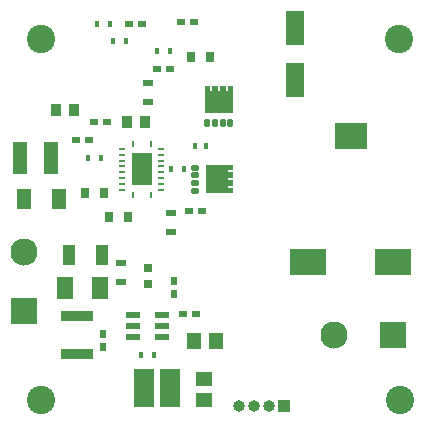
<source format=gts>
%TF.GenerationSoftware,KiCad,Pcbnew,9.0.0*%
%TF.CreationDate,2025-03-08T20:05:39+01:00*%
%TF.ProjectId,converter1A,636f6e76-6572-4746-9572-31412e6b6963,rev?*%
%TF.SameCoordinates,Original*%
%TF.FileFunction,Soldermask,Top*%
%TF.FilePolarity,Negative*%
%FSLAX46Y46*%
G04 Gerber Fmt 4.6, Leading zero omitted, Abs format (unit mm)*
G04 Created by KiCad (PCBNEW 9.0.0) date 2025-03-08 20:05:39*
%MOMM*%
%LPD*%
G01*
G04 APERTURE LIST*
G04 Aperture macros list*
%AMRoundRect*
0 Rectangle with rounded corners*
0 $1 Rounding radius*
0 $2 $3 $4 $5 $6 $7 $8 $9 X,Y pos of 4 corners*
0 Add a 4 corners polygon primitive as box body*
4,1,4,$2,$3,$4,$5,$6,$7,$8,$9,$2,$3,0*
0 Add four circle primitives for the rounded corners*
1,1,$1+$1,$2,$3*
1,1,$1+$1,$4,$5*
1,1,$1+$1,$6,$7*
1,1,$1+$1,$8,$9*
0 Add four rect primitives between the rounded corners*
20,1,$1+$1,$2,$3,$4,$5,0*
20,1,$1+$1,$4,$5,$6,$7,0*
20,1,$1+$1,$6,$7,$8,$9,0*
20,1,$1+$1,$8,$9,$2,$3,0*%
%AMFreePoly0*
4,1,17,1.371000,0.720000,0.950000,0.720000,0.950000,0.580000,1.370000,0.580000,1.370000,0.080000,0.950000,0.080000,0.950000,-0.080000,1.370000,-0.080000,1.370000,-0.580000,0.950000,-0.580000,0.950000,-0.720000,1.370000,-0.720000,1.370000,-1.225000,-0.950000,-1.225000,-0.950000,1.225000,1.371000,1.225000,1.371000,0.720000,1.371000,0.720000,$1*%
G04 Aperture macros list end*
%ADD10C,2.400000*%
%ADD11R,2.300000X2.300000*%
%ADD12C,2.300000*%
%ADD13R,0.750000X0.600000*%
%ADD14R,0.940000X0.540000*%
%ADD15R,1.200000X0.600000*%
%ADD16R,0.850000X1.000000*%
%ADD17R,0.600000X0.750000*%
%ADD18R,0.800000X0.950000*%
%ADD19R,1.170000X1.820000*%
%ADD20R,0.420000X0.620000*%
%ADD21R,1.070000X1.820000*%
%ADD22R,1.750000X3.200000*%
%ADD23R,2.820000X0.810000*%
%ADD24R,1.450000X1.150000*%
%ADD25R,1.400000X1.950000*%
%ADD26RoundRect,0.125000X-0.190000X-0.125000X0.190000X-0.125000X0.190000X0.125000X-0.190000X0.125000X0*%
%ADD27FreePoly0,0.000000*%
%ADD28R,1.150000X1.450000*%
%ADD29R,1.600000X3.000000*%
%ADD30R,0.450000X0.600000*%
%ADD31R,1.000000X1.000000*%
%ADD32O,1.000000X1.000000*%
%ADD33R,0.700000X0.650000*%
%ADD34R,0.250000X0.600000*%
%ADD35R,0.600000X0.250000*%
%ADD36R,1.700000X2.700000*%
%ADD37R,1.260000X2.720000*%
%ADD38RoundRect,0.125000X0.125000X-0.190000X0.125000X0.190000X-0.125000X0.190000X-0.125000X-0.190000X0*%
%ADD39FreePoly0,90.000000*%
%ADD40R,3.070000X2.260000*%
%ADD41R,2.770000X2.260000*%
G04 APERTURE END LIST*
D10*
%TO.C,H3*%
X198350000Y-108000000D03*
%TD*%
D11*
%TO.C,J1*%
X197750000Y-102550000D03*
D12*
X192750000Y-102550000D03*
%TD*%
D10*
%TO.C,H2*%
X168000000Y-77500000D03*
%TD*%
D13*
%TO.C,R7*%
X172050000Y-86000000D03*
X170950000Y-86000000D03*
%TD*%
D14*
%TO.C,C6*%
X174750000Y-96450000D03*
X174750000Y-98050000D03*
%TD*%
D15*
%TO.C,IC3*%
X178250000Y-102700000D03*
X178250000Y-101750000D03*
X178250000Y-100800000D03*
X175750000Y-100800000D03*
X175750000Y-101750000D03*
X175750000Y-102700000D03*
%TD*%
D16*
%TO.C,R6*%
X170750000Y-83500000D03*
X169250000Y-83500000D03*
%TD*%
D17*
%TO.C,R1*%
X179250000Y-99050000D03*
X179250000Y-97950000D03*
%TD*%
D18*
%TO.C,R2*%
X173700000Y-92500000D03*
X175300000Y-92500000D03*
%TD*%
D13*
%TO.C,R12*%
X178850000Y-80000000D03*
X177750000Y-80000000D03*
%TD*%
%TO.C,R4*%
X181050000Y-100750000D03*
X179950000Y-100750000D03*
%TD*%
%TO.C,R11*%
X180500000Y-92000000D03*
X181600000Y-92000000D03*
%TD*%
D10*
%TO.C,H3*%
X168000000Y-108000000D03*
%TD*%
D19*
%TO.C,F1*%
X166530000Y-91000000D03*
X169470000Y-91000000D03*
%TD*%
D11*
%TO.C,J3*%
X166500000Y-100525000D03*
D12*
X166500000Y-95525000D03*
%TD*%
D20*
%TO.C,C1*%
X176450000Y-104250000D03*
X177550000Y-104250000D03*
%TD*%
%TO.C,C13*%
X174100000Y-77600000D03*
X175200000Y-77600000D03*
%TD*%
D21*
%TO.C,C16*%
X170370000Y-95750000D03*
X173130000Y-95750000D03*
%TD*%
D13*
%TO.C,R13*%
X175400000Y-76150000D03*
X176500000Y-76150000D03*
%TD*%
D22*
%TO.C,L2*%
X176650000Y-107000000D03*
X178850000Y-107000000D03*
%TD*%
D23*
%TO.C,C21*%
X171000000Y-104100000D03*
X171000000Y-100900000D03*
%TD*%
D20*
%TO.C,C10*%
X178950000Y-88500000D03*
X180050000Y-88500000D03*
%TD*%
D14*
%TO.C,C8*%
X177000000Y-82800000D03*
X177000000Y-81200000D03*
%TD*%
D18*
%TO.C,R9*%
X173300000Y-90500000D03*
X171700000Y-90500000D03*
%TD*%
D24*
%TO.C,C2*%
X181750000Y-106250000D03*
X181750000Y-108050000D03*
%TD*%
D25*
%TO.C,L4*%
X170000000Y-98500000D03*
X173000000Y-98500000D03*
%TD*%
D10*
%TO.C,H2*%
X198300000Y-77450000D03*
%TD*%
D26*
%TO.C,Q2*%
X181000000Y-88360000D03*
X181000000Y-89000000D03*
X181000000Y-89660000D03*
X181000000Y-90300000D03*
D27*
X182825000Y-89330000D03*
%TD*%
D28*
%TO.C,C3*%
X180950000Y-103000000D03*
X182750000Y-103000000D03*
%TD*%
D29*
%TO.C,C15*%
X189500000Y-80900000D03*
X189500000Y-76500000D03*
%TD*%
D13*
%TO.C,R5*%
X173550000Y-84500000D03*
X172450000Y-84500000D03*
%TD*%
D30*
%TO.C,C17*%
X181025000Y-86500000D03*
X181975000Y-86500000D03*
%TD*%
D31*
%TO.C,J4*%
X188540000Y-108500000D03*
D32*
X187270000Y-108500000D03*
X186000000Y-108500000D03*
X184730000Y-108500000D03*
%TD*%
D33*
%TO.C,C5*%
X177000000Y-98175000D03*
X177000000Y-96825000D03*
%TD*%
D34*
%TO.C,IC2*%
X175750000Y-86350000D03*
D35*
X174850000Y-86750000D03*
X174850000Y-87250000D03*
X174850000Y-87750000D03*
X174850000Y-88250000D03*
X174850000Y-88750000D03*
X174850000Y-89250000D03*
X174850000Y-89750000D03*
X174850000Y-90250000D03*
D34*
X175750000Y-90650000D03*
X177250000Y-90650000D03*
D35*
X178150000Y-90250000D03*
X178150000Y-89750000D03*
X178150000Y-89250000D03*
X178150000Y-88750000D03*
X178150000Y-88250000D03*
X178150000Y-87750000D03*
X178150000Y-87250000D03*
X178150000Y-86750000D03*
D34*
X177250000Y-86350000D03*
D36*
X176500000Y-88500000D03*
%TD*%
D37*
%TO.C,C7*%
X168830000Y-87500000D03*
X166170000Y-87500000D03*
%TD*%
D17*
%TO.C,R14*%
X173250000Y-102450000D03*
X173250000Y-103550000D03*
%TD*%
D20*
%TO.C,C11*%
X177750000Y-78500000D03*
X178850000Y-78500000D03*
%TD*%
D18*
%TO.C,R10*%
X182300000Y-79000000D03*
X180700000Y-79000000D03*
%TD*%
D20*
%TO.C,C9*%
X173050000Y-87500000D03*
X171950000Y-87500000D03*
%TD*%
D16*
%TO.C,R8*%
X175250000Y-84500000D03*
X176750000Y-84500000D03*
%TD*%
D13*
%TO.C,R15*%
X179850000Y-76050000D03*
X180950000Y-76050000D03*
%TD*%
D38*
%TO.C,Q1*%
X182057500Y-84610000D03*
X182697500Y-84610000D03*
X183357500Y-84610000D03*
X183997500Y-84610000D03*
D39*
X183027500Y-82785000D03*
%TD*%
D14*
%TO.C,C14*%
X179000000Y-92200000D03*
X179000000Y-93800000D03*
%TD*%
D40*
%TO.C,L1*%
X190575000Y-96320000D03*
X197785000Y-96320000D03*
D41*
X194180000Y-85680000D03*
%TD*%
D20*
%TO.C,C12*%
X172700000Y-76150000D03*
X173800000Y-76150000D03*
%TD*%
M02*

</source>
